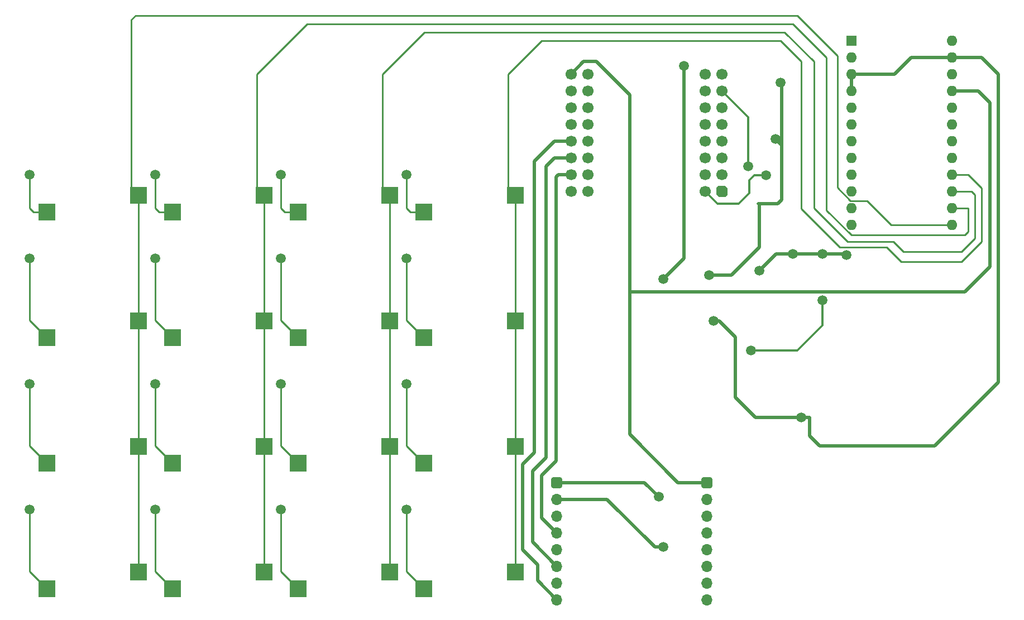
<source format=gbr>
%TF.GenerationSoftware,KiCad,Pcbnew,(6.0.1)*%
%TF.CreationDate,2022-11-08T22:53:37+08:00*%
%TF.ProjectId,Scroller1,5363726f-6c6c-4657-9231-2e6b69636164,rev?*%
%TF.SameCoordinates,Original*%
%TF.FileFunction,Copper,L2,Bot*%
%TF.FilePolarity,Positive*%
%FSLAX46Y46*%
G04 Gerber Fmt 4.6, Leading zero omitted, Abs format (unit mm)*
G04 Created by KiCad (PCBNEW (6.0.1)) date 2022-11-08 22:53:37*
%MOMM*%
%LPD*%
G01*
G04 APERTURE LIST*
G04 Aperture macros list*
%AMRoundRect*
0 Rectangle with rounded corners*
0 $1 Rounding radius*
0 $2 $3 $4 $5 $6 $7 $8 $9 X,Y pos of 4 corners*
0 Add a 4 corners polygon primitive as box body*
4,1,4,$2,$3,$4,$5,$6,$7,$8,$9,$2,$3,0*
0 Add four circle primitives for the rounded corners*
1,1,$1+$1,$2,$3*
1,1,$1+$1,$4,$5*
1,1,$1+$1,$6,$7*
1,1,$1+$1,$8,$9*
0 Add four rect primitives between the rounded corners*
20,1,$1+$1,$2,$3,$4,$5,0*
20,1,$1+$1,$4,$5,$6,$7,0*
20,1,$1+$1,$6,$7,$8,$9,0*
20,1,$1+$1,$8,$9,$2,$3,0*%
%AMFreePoly0*
4,1,19,-0.850000,0.510000,-0.510000,0.850000,0.255000,0.850000,0.408997,0.829726,0.552500,0.770285,0.675729,0.675729,0.770285,0.552500,0.829726,0.408997,0.850000,0.255000,0.850000,-0.510000,0.510000,-0.850000,-0.255000,-0.850000,-0.408997,-0.829726,-0.552500,-0.770285,-0.675729,-0.675729,-0.770285,-0.552500,-0.829726,-0.408997,-0.850000,-0.255000,-0.850000,0.510000,-0.850000,0.510000,
$1*%
G04 Aperture macros list end*
%TA.AperFunction,SMDPad,CuDef*%
%ADD10R,2.550000X2.500000*%
%TD*%
%TA.AperFunction,ComponentPad*%
%ADD11RoundRect,0.399500X0.450500X0.450500X-0.450500X0.450500X-0.450500X-0.450500X0.450500X-0.450500X0*%
%TD*%
%TA.AperFunction,ComponentPad*%
%ADD12O,1.700000X1.700000*%
%TD*%
%TA.AperFunction,ComponentPad*%
%ADD13FreePoly0,180.000000*%
%TD*%
%TA.AperFunction,ComponentPad*%
%ADD14C,1.700000*%
%TD*%
%TA.AperFunction,ComponentPad*%
%ADD15R,1.600000X1.600000*%
%TD*%
%TA.AperFunction,ComponentPad*%
%ADD16O,1.600000X1.600000*%
%TD*%
%TA.AperFunction,ViaPad*%
%ADD17C,1.500000*%
%TD*%
%TA.AperFunction,Conductor*%
%ADD18C,0.500000*%
%TD*%
%TA.AperFunction,Conductor*%
%ADD19C,0.250000*%
%TD*%
%TA.AperFunction,Conductor*%
%ADD20C,0.300000*%
%TD*%
G04 APERTURE END LIST*
D10*
%TO.P,SW_0_0,1,A*%
%TO.N,Net-(D0_0-Pad2)*%
X130302000Y-85979000D03*
%TO.P,SW_0_0,2,B*%
%TO.N,/Col 1*%
X144152000Y-83439000D03*
%TD*%
%TO.P,SW_2_1,1,A*%
%TO.N,Net-(D2_1-Pad2)*%
X111252000Y-124079000D03*
%TO.P,SW_2_1,2,B*%
%TO.N,/Col 2*%
X125102000Y-121539000D03*
%TD*%
%TO.P,SW_1_0,1,A*%
%TO.N,Net-(D1_0-Pad2)*%
X130302000Y-105029000D03*
%TO.P,SW_1_0,2,B*%
%TO.N,/Col 1*%
X144152000Y-102489000D03*
%TD*%
%TO.P,SW_3_0,1,A*%
%TO.N,Net-(D3_0-Pad2)*%
X130302000Y-143129000D03*
%TO.P,SW_3_0,2,B*%
%TO.N,/Col 1*%
X144152000Y-140589000D03*
%TD*%
%TO.P,SW_1_3,1,A*%
%TO.N,Net-(D1_3-Pad2)*%
X73152000Y-105029000D03*
%TO.P,SW_1_3,2,B*%
%TO.N,/Col 4*%
X87002000Y-102489000D03*
%TD*%
%TO.P,SW_1_2,1,A*%
%TO.N,Net-(D1_2-Pad2)*%
X92202000Y-105029000D03*
%TO.P,SW_1_2,2,B*%
%TO.N,/Col 3*%
X106052000Y-102489000D03*
%TD*%
D11*
%TO.P,TMC1,1,+VCC_IO*%
%TO.N,+3V3*%
X150472107Y-126961107D03*
D12*
%TO.P,TMC1,2,GND*%
%TO.N,GND*%
X150472107Y-129501107D03*
%TO.P,TMC1,3,UH_in*%
%TO.N,/UH_In*%
X150472107Y-132041107D03*
%TO.P,TMC1,4,UL_in*%
%TO.N,/UL_In*%
X150472107Y-134581107D03*
%TO.P,TMC1,5,VH_in*%
%TO.N,/VH_In*%
X150472107Y-137121107D03*
%TO.P,TMC1,6,VL_in*%
%TO.N,/VL_In*%
X150472107Y-139661107D03*
%TO.P,TMC1,7,WH_in*%
%TO.N,/WH_In*%
X150472107Y-142201107D03*
%TO.P,TMC1,8,WL_in*%
%TO.N,/WL_In*%
X150472107Y-144741107D03*
D11*
%TO.P,TMC1,9,+VBAT*%
%TO.N,+5V*%
X173272107Y-126961107D03*
D12*
%TO.P,TMC1,10,GND*%
%TO.N,GND*%
X173272107Y-129501107D03*
%TO.P,TMC1,11,GND*%
X173272107Y-132041107D03*
%TO.P,TMC1,12,W*%
%TO.N,/W_Out*%
X173272107Y-134581107D03*
%TO.P,TMC1,13,V*%
%TO.N,/V_Out*%
X173272107Y-137121107D03*
%TO.P,TMC1,14,W*%
%TO.N,/U_Out*%
X173272107Y-139661107D03*
%TO.P,TMC1,15,GND*%
%TO.N,GND*%
X173272107Y-142201107D03*
%TO.P,TMC1,16,DIAG*%
%TO.N,unconnected-(TMC1-Pad16)*%
X173272107Y-144741107D03*
%TD*%
D10*
%TO.P,SW_0_3,1,A*%
%TO.N,Net-(D0_3-Pad2)*%
X73152000Y-85979000D03*
%TO.P,SW_0_3,2,B*%
%TO.N,/Col 4*%
X87002000Y-83439000D03*
%TD*%
%TO.P,SW_3_2,1,A*%
%TO.N,Net-(D3_2-Pad2)*%
X92202000Y-143129000D03*
%TO.P,SW_3_2,2,B*%
%TO.N,/Col 3*%
X106052000Y-140589000D03*
%TD*%
D13*
%TO.P,ESP32,1,EN*%
%TO.N,unconnected-(ESP32-Pad1)*%
X175500000Y-82804000D03*
D14*
%TO.P,ESP32,2,GPIO3*%
%TO.N,unconnected-(ESP32-Pad2)*%
X175500000Y-80264000D03*
%TO.P,ESP32,3,GPIO5*%
%TO.N,unconnected-(ESP32-Pad3)*%
X175500000Y-77724000D03*
%TO.P,ESP32,4,GPIO7*%
%TO.N,unconnected-(ESP32-Pad4)*%
X175500000Y-75184000D03*
%TO.P,ESP32,5,GPIO9*%
%TO.N,unconnected-(ESP32-Pad5)*%
X175500000Y-72644000D03*
%TO.P,ESP32,6,GPIO11*%
%TO.N,Net-(ESP32-Pad6)*%
X175500000Y-70104000D03*
%TO.P,ESP32,7,GPIO12*%
%TO.N,SDA*%
X175500000Y-67564000D03*
%TO.P,ESP32,8,3V3*%
%TO.N,+3V3*%
X175500000Y-65024000D03*
%TO.P,ESP32,9,VBUS*%
%TO.N,+5V*%
X152640000Y-65024000D03*
%TO.P,ESP32,10,GND*%
%TO.N,GND*%
X152640000Y-67564000D03*
%TO.P,ESP32,11,XTAL_32K_N*%
%TO.N,unconnected-(ESP32-Pad11)*%
X152640000Y-70104000D03*
%TO.P,ESP32,12,DAC_2*%
%TO.N,unconnected-(ESP32-Pad12)*%
X152640000Y-72644000D03*
%TO.P,ESP32,13,GPIO33*%
%TO.N,/WL_In*%
X152640000Y-75184000D03*
%TO.P,ESP32,14,GPIO35*%
%TO.N,/VL_In*%
X152640000Y-77724000D03*
%TO.P,ESP32,15,GPIO37*%
%TO.N,/UL_In*%
X152640000Y-80264000D03*
%TO.P,ESP32,16,MTCK*%
%TO.N,Net-(ESP32-Pad16)*%
X152640000Y-82804000D03*
%TO.P,ESP32,17,GPIO1*%
%TO.N,Net-(ESP32-Pad17)*%
X172960000Y-82804000D03*
%TO.P,ESP32,18,GPIO2*%
%TO.N,unconnected-(ESP32-Pad18)*%
X172960000Y-80264000D03*
%TO.P,ESP32,19,GPIO4*%
%TO.N,CSn*%
X172960000Y-77724000D03*
%TO.P,ESP32,20,GPIO6*%
%TO.N,unconnected-(ESP32-Pad20)*%
X172960000Y-75184000D03*
%TO.P,ESP32,21,GPIO8*%
%TO.N,unconnected-(ESP32-Pad21)*%
X172960000Y-72644000D03*
%TO.P,ESP32,22,GPIO10*%
%TO.N,unconnected-(ESP32-Pad22)*%
X172960000Y-70104000D03*
%TO.P,ESP32,23,GPIO13*%
%TO.N,SCL*%
X172960000Y-67564000D03*
%TO.P,ESP32,24,GPIO14*%
%TO.N,unconnected-(ESP32-Pad24)*%
X172960000Y-65024000D03*
%TO.P,ESP32,25,XTAL_32K_P*%
%TO.N,unconnected-(ESP32-Pad25)*%
X155180000Y-65024000D03*
%TO.P,ESP32,26,GND*%
%TO.N,GND*%
X155180000Y-67564000D03*
%TO.P,ESP32,27,DAC_1*%
%TO.N,unconnected-(ESP32-Pad27)*%
X155180000Y-70104000D03*
%TO.P,ESP32,28,GPIO21*%
%TO.N,unconnected-(ESP32-Pad28)*%
X155180000Y-72644000D03*
%TO.P,ESP32,29,GPIO34*%
%TO.N,/WH_In*%
X155180000Y-75184000D03*
%TO.P,ESP32,30,GPIO36*%
%TO.N,/VH_In*%
X155180000Y-77724000D03*
%TO.P,ESP32,31,GPIO38*%
%TO.N,/UH_In*%
X155180000Y-80264000D03*
%TO.P,ESP32,32,MTDO*%
%TO.N,unconnected-(ESP32-Pad32)*%
X155180000Y-82804000D03*
%TD*%
D10*
%TO.P,SW_0_1,1,A*%
%TO.N,Net-(D0_1-Pad2)*%
X111252000Y-85979000D03*
%TO.P,SW_0_1,2,B*%
%TO.N,/Col 2*%
X125102000Y-83439000D03*
%TD*%
D15*
%TO.P,QMK1,1,D1/TX*%
%TO.N,Net-(QMK1-Pad1)*%
X195185000Y-59944000D03*
D16*
%TO.P,QMK1,2,D0/RX*%
%TO.N,Net-(ESP32-Pad16)*%
X195185000Y-62484000D03*
%TO.P,QMK1,3,GND*%
%TO.N,GND*%
X195185000Y-65024000D03*
%TO.P,QMK1,4,GND*%
X195185000Y-67564000D03*
%TO.P,QMK1,5,D2*%
%TO.N,unconnected-(QMK1-Pad5)*%
X195185000Y-70104000D03*
%TO.P,QMK1,6,~D3*%
%TO.N,unconnected-(QMK1-Pad6)*%
X195185000Y-72644000D03*
%TO.P,QMK1,7,D4/A6*%
%TO.N,unconnected-(QMK1-Pad7)*%
X195185000Y-75184000D03*
%TO.P,QMK1,8,~D5*%
%TO.N,unconnected-(QMK1-Pad8)*%
X195185000Y-77724000D03*
%TO.P,QMK1,9,~D6/A7*%
%TO.N,unconnected-(QMK1-Pad9)*%
X195185000Y-80264000D03*
%TO.P,QMK1,10,D7*%
%TO.N,unconnected-(QMK1-Pad10)*%
X195185000Y-82804000D03*
%TO.P,QMK1,11,D8/A8*%
%TO.N,Net-(QMK1-Pad11)*%
X195185000Y-85344000D03*
%TO.P,QMK1,12,~D9/A9*%
%TO.N,unconnected-(QMK1-Pad12)*%
X195185000Y-87884000D03*
%TO.P,QMK1,13,~D10/A10*%
%TO.N,/Col 4*%
X210425000Y-87884000D03*
%TO.P,QMK1,14,D16*%
%TO.N,/Col 3*%
X210425000Y-85344000D03*
%TO.P,QMK1,15,D14*%
%TO.N,/Col 2*%
X210425000Y-82804000D03*
%TO.P,QMK1,16,D15*%
%TO.N,/Col 1*%
X210425000Y-80264000D03*
%TO.P,QMK1,17,D18/A0*%
%TO.N,/Row 4*%
X210425000Y-77724000D03*
%TO.P,QMK1,18,D19/A1*%
%TO.N,/Row 3*%
X210425000Y-75184000D03*
%TO.P,QMK1,19,D20/A2*%
%TO.N,/Row 2*%
X210425000Y-72644000D03*
%TO.P,QMK1,20,D21/A3*%
%TO.N,/Row 1*%
X210425000Y-70104000D03*
%TO.P,QMK1,21,VCC*%
%TO.N,+5V*%
X210425000Y-67564000D03*
%TO.P,QMK1,22,RST*%
%TO.N,unconnected-(QMK1-Pad22)*%
X210425000Y-65024000D03*
%TO.P,QMK1,23,GND*%
%TO.N,GND*%
X210425000Y-62484000D03*
%TO.P,QMK1,24,RAW*%
%TO.N,unconnected-(QMK1-Pad24)*%
X210425000Y-59944000D03*
%TD*%
D10*
%TO.P,SW_3_1,1,A*%
%TO.N,Net-(D3_1-Pad2)*%
X111252000Y-143129000D03*
%TO.P,SW_3_1,2,B*%
%TO.N,/Col 2*%
X125102000Y-140589000D03*
%TD*%
%TO.P,SW_1_1,1,A*%
%TO.N,Net-(D1_1-Pad2)*%
X111252000Y-105029000D03*
%TO.P,SW_1_1,2,B*%
%TO.N,/Col 2*%
X125102000Y-102489000D03*
%TD*%
%TO.P,SW_2_2,1,A*%
%TO.N,Net-(D2_2-Pad2)*%
X92202000Y-124079000D03*
%TO.P,SW_2_2,2,B*%
%TO.N,/Col 3*%
X106052000Y-121539000D03*
%TD*%
%TO.P,SW_2_3,1,A*%
%TO.N,Net-(D2_3-Pad2)*%
X73152000Y-124079000D03*
%TO.P,SW_2_3,2,B*%
%TO.N,/Col 4*%
X87002000Y-121539000D03*
%TD*%
%TO.P,SW_0_2,1,A*%
%TO.N,Net-(D0_2-Pad2)*%
X92202000Y-85979000D03*
%TO.P,SW_0_2,2,B*%
%TO.N,/Col 3*%
X106052000Y-83439000D03*
%TD*%
%TO.P,SW_3_3,1,A*%
%TO.N,Net-(D3_3-Pad2)*%
X73152000Y-143129000D03*
%TO.P,SW_3_3,2,B*%
%TO.N,/Col 4*%
X87002000Y-140589000D03*
%TD*%
%TO.P,SW_2_0,1,A*%
%TO.N,Net-(D2_0-Pad2)*%
X130302000Y-124079000D03*
%TO.P,SW_2_0,2,B*%
%TO.N,/Col 1*%
X144152000Y-121539000D03*
%TD*%
D17*
%TO.N,GND*%
X174230000Y-102489000D03*
X166610000Y-136779000D03*
X183648575Y-74866500D03*
X187565000Y-117094000D03*
X173595000Y-95504000D03*
X184390000Y-66294000D03*
%TO.N,+3V3*%
X166610000Y-96139000D03*
X190740000Y-92329000D03*
X194407536Y-92471464D03*
X165975000Y-129159000D03*
X186295000Y-92329000D03*
X181215000Y-94869000D03*
X169785000Y-63754000D03*
%TO.N,Net-(D0_0-Pad2)*%
X127642000Y-80264000D03*
%TO.N,Net-(D0_1-Pad2)*%
X108592000Y-80264000D03*
%TO.N,Net-(D0_2-Pad2)*%
X89542000Y-80264000D03*
%TO.N,Net-(D0_3-Pad2)*%
X70492000Y-80264000D03*
%TO.N,Net-(D1_0-Pad2)*%
X127642000Y-92964000D03*
%TO.N,Net-(D1_1-Pad2)*%
X108592000Y-92964000D03*
%TO.N,Net-(D1_2-Pad2)*%
X89542000Y-92964000D03*
%TO.N,Net-(D1_3-Pad2)*%
X70492000Y-92964000D03*
%TO.N,Net-(D2_0-Pad2)*%
X127642000Y-112014000D03*
%TO.N,Net-(D2_1-Pad2)*%
X108592000Y-112014000D03*
%TO.N,Net-(D2_2-Pad2)*%
X89542000Y-112014000D03*
%TO.N,Net-(D2_3-Pad2)*%
X70492000Y-112014000D03*
%TO.N,Net-(D3_0-Pad2)*%
X127642000Y-131064000D03*
%TO.N,Net-(D3_1-Pad2)*%
X108592000Y-131064000D03*
%TO.N,Net-(D3_2-Pad2)*%
X89542000Y-131064000D03*
%TO.N,Net-(D3_3-Pad2)*%
X70492000Y-131064000D03*
%TO.N,SDA*%
X179521075Y-78994000D03*
%TO.N,Net-(ESP32-Pad17)*%
X182186555Y-80389480D03*
%TO.N,CSn*%
X179945000Y-106934000D03*
X190740000Y-99314000D03*
%TD*%
D18*
%TO.N,GND*%
X184601075Y-84074000D02*
X184601075Y-75819000D01*
X195185000Y-65024000D02*
X195185000Y-67564000D01*
X187565000Y-117094000D02*
X188835000Y-117094000D01*
X177546000Y-114060000D02*
X180580000Y-117094000D01*
X210425000Y-62484000D02*
X204216000Y-62484000D01*
X214870000Y-62484000D02*
X210425000Y-62484000D01*
X183966075Y-84709000D02*
X184601075Y-84074000D01*
X176982849Y-95504000D02*
X181215000Y-91271849D01*
X217410000Y-111774000D02*
X217410000Y-65024000D01*
X181215000Y-91271849D02*
X181215000Y-84709000D01*
X190366000Y-121412000D02*
X207772000Y-121412000D01*
X201676000Y-65024000D02*
X195185000Y-65024000D01*
X181003924Y-84709000D02*
X183966075Y-84709000D01*
X184601075Y-75819000D02*
X183648575Y-74866500D01*
X217410000Y-65024000D02*
X214870000Y-62484000D01*
X188835000Y-119881000D02*
X190366000Y-121412000D01*
X165340000Y-136779000D02*
X166610000Y-136779000D01*
X188835000Y-117094000D02*
X188835000Y-119881000D01*
X175133000Y-102489000D02*
X174230000Y-102489000D01*
X177546000Y-104902000D02*
X177546000Y-114060000D01*
X158062107Y-129501107D02*
X165340000Y-136779000D01*
X177546000Y-104902000D02*
X175133000Y-102489000D01*
X173595000Y-95504000D02*
X176982849Y-95504000D01*
X207772000Y-121412000D02*
X217410000Y-111774000D01*
X204216000Y-62484000D02*
X201676000Y-65024000D01*
X174230000Y-102489000D02*
X174230000Y-102630000D01*
X184601075Y-75819000D02*
X184601075Y-66294000D01*
X180580000Y-117094000D02*
X187565000Y-117094000D01*
X150472107Y-129501107D02*
X158062107Y-129501107D01*
%TO.N,+3V3*%
X169785000Y-92964000D02*
X166610000Y-96139000D01*
X194407536Y-92471464D02*
X194265072Y-92329000D01*
X150472107Y-126961107D02*
X163777107Y-126961107D01*
X183755000Y-92329000D02*
X181215000Y-94869000D01*
X186295000Y-92329000D02*
X190740000Y-92329000D01*
X169785000Y-63754000D02*
X169785000Y-92964000D01*
X194265072Y-92329000D02*
X190740000Y-92329000D01*
X186295000Y-92329000D02*
X183755000Y-92329000D01*
X163777107Y-126961107D02*
X165975000Y-129159000D01*
D19*
%TO.N,Net-(D0_0-Pad2)*%
X130302000Y-85979000D02*
X128277000Y-85979000D01*
X127642000Y-85344000D02*
X127642000Y-80264000D01*
X128277000Y-85979000D02*
X127642000Y-85344000D01*
%TO.N,Net-(D0_1-Pad2)*%
X111252000Y-85979000D02*
X109227000Y-85979000D01*
X109227000Y-85979000D02*
X108592000Y-85344000D01*
X108592000Y-85344000D02*
X108592000Y-80264000D01*
%TO.N,Net-(D0_2-Pad2)*%
X89542000Y-85344000D02*
X89542000Y-80264000D01*
X90177000Y-85979000D02*
X89542000Y-85344000D01*
X92202000Y-85979000D02*
X90177000Y-85979000D01*
%TO.N,Net-(D0_3-Pad2)*%
X73152000Y-85979000D02*
X71127000Y-85979000D01*
X71127000Y-85979000D02*
X70492000Y-85344000D01*
X70492000Y-85344000D02*
X70492000Y-80264000D01*
%TO.N,Net-(D1_0-Pad2)*%
X130302000Y-105029000D02*
X127642000Y-102369000D01*
X127642000Y-102369000D02*
X127642000Y-92964000D01*
%TO.N,Net-(D1_1-Pad2)*%
X108592000Y-102369000D02*
X108592000Y-92964000D01*
X111252000Y-105029000D02*
X108592000Y-102369000D01*
%TO.N,Net-(D1_2-Pad2)*%
X92202000Y-105029000D02*
X89542000Y-102369000D01*
X89542000Y-102369000D02*
X89542000Y-92964000D01*
%TO.N,Net-(D1_3-Pad2)*%
X73152000Y-105029000D02*
X70492000Y-102369000D01*
X70492000Y-102369000D02*
X70492000Y-92964000D01*
%TO.N,Net-(D2_0-Pad2)*%
X127642000Y-121419000D02*
X127642000Y-112014000D01*
X130302000Y-124079000D02*
X127642000Y-121419000D01*
%TO.N,Net-(D2_1-Pad2)*%
X111252000Y-124079000D02*
X108592000Y-121419000D01*
X108592000Y-121419000D02*
X108592000Y-112014000D01*
%TO.N,Net-(D2_2-Pad2)*%
X89542000Y-121419000D02*
X89542000Y-112014000D01*
X92202000Y-124079000D02*
X89542000Y-121419000D01*
%TO.N,Net-(D2_3-Pad2)*%
X73152000Y-124079000D02*
X70492000Y-121419000D01*
X70492000Y-121419000D02*
X70492000Y-112014000D01*
%TO.N,Net-(D3_0-Pad2)*%
X130302000Y-143129000D02*
X127642000Y-140469000D01*
X127642000Y-140469000D02*
X127642000Y-131064000D01*
%TO.N,Net-(D3_1-Pad2)*%
X108592000Y-140469000D02*
X108592000Y-139954000D01*
X108592000Y-139954000D02*
X108592000Y-131064000D01*
X111252000Y-143129000D02*
X108592000Y-140469000D01*
%TO.N,Net-(D3_2-Pad2)*%
X92202000Y-143129000D02*
X89542000Y-140469000D01*
X89542000Y-140469000D02*
X89542000Y-131064000D01*
%TO.N,Net-(D3_3-Pad2)*%
X70492000Y-140469000D02*
X70492000Y-131064000D01*
X73152000Y-143129000D02*
X70492000Y-140469000D01*
D20*
%TO.N,SDA*%
X179521075Y-78994000D02*
X179521075Y-71585075D01*
X179521075Y-71585075D02*
X175500000Y-67564000D01*
D18*
%TO.N,+5V*%
X214376000Y-67564000D02*
X210425000Y-67564000D01*
X216140000Y-69328000D02*
X216140000Y-94234000D01*
X161530000Y-68199000D02*
X156450000Y-63119000D01*
X214376000Y-67564000D02*
X216140000Y-69328000D01*
X212330000Y-98044000D02*
X161530000Y-98044000D01*
X168857107Y-126961107D02*
X173272107Y-126961107D01*
X154545000Y-63119000D02*
X152640000Y-65024000D01*
X161530000Y-119634000D02*
X168857107Y-126961107D01*
X161530000Y-98044000D02*
X161530000Y-119634000D01*
X161530000Y-98044000D02*
X161530000Y-68199000D01*
X156450000Y-63119000D02*
X154545000Y-63119000D01*
X216140000Y-94234000D02*
X212330000Y-98044000D01*
%TO.N,/WL_In*%
X145288000Y-137160000D02*
X145288000Y-124206000D01*
X147066000Y-78232000D02*
X150114000Y-75184000D01*
X147574000Y-139446000D02*
X145288000Y-137160000D01*
X145288000Y-124206000D02*
X147066000Y-122428000D01*
X147066000Y-122428000D02*
X147066000Y-78232000D01*
X147574000Y-141843000D02*
X147574000Y-139446000D01*
X150114000Y-75184000D02*
X152640000Y-75184000D01*
X150472107Y-144741107D02*
X147574000Y-141843000D01*
%TO.N,/VL_In*%
X146812000Y-136001000D02*
X146812000Y-125222000D01*
X150114000Y-77724000D02*
X152640000Y-77724000D01*
X150472107Y-139661107D02*
X146812000Y-136001000D01*
X146812000Y-125222000D02*
X148844000Y-123190000D01*
X148844000Y-78994000D02*
X150114000Y-77724000D01*
X148844000Y-123190000D02*
X148844000Y-78994000D01*
%TO.N,/UL_In*%
X150735000Y-80264000D02*
X152640000Y-80264000D01*
X150368000Y-123698000D02*
X150368000Y-80631000D01*
X150472107Y-134581107D02*
X148195000Y-132304000D01*
X148195000Y-125871000D02*
X150368000Y-123698000D01*
X150368000Y-80631000D02*
X150735000Y-80264000D01*
X148195000Y-132304000D02*
X148195000Y-125871000D01*
D20*
%TO.N,Net-(ESP32-Pad17)*%
X180454520Y-80389480D02*
X182186555Y-80389480D01*
X179705000Y-81139000D02*
X180454520Y-80389480D01*
X172960000Y-82804000D02*
X174865000Y-84709000D01*
X178040000Y-84709000D02*
X179705000Y-83044000D01*
X174865000Y-84709000D02*
X178040000Y-84709000D01*
X179705000Y-83044000D02*
X179705000Y-81139000D01*
%TO.N,CSn*%
X190740000Y-99314000D02*
X190740000Y-103124000D01*
X186930000Y-106934000D02*
X179945000Y-106934000D01*
X190740000Y-103124000D02*
X186930000Y-106934000D01*
D19*
%TO.N,/Col 4*%
X201168000Y-87884000D02*
X210425000Y-87884000D01*
X85965000Y-83439000D02*
X85965000Y-56769000D01*
X193040000Y-62244000D02*
X193040000Y-82249300D01*
X193040000Y-82249300D02*
X195010189Y-84219489D01*
X186930000Y-56134000D02*
X193040000Y-62244000D01*
X195010189Y-84219489D02*
X197503489Y-84219489D01*
X86600000Y-56134000D02*
X186930000Y-56134000D01*
X87002000Y-102489000D02*
X87002000Y-83439000D01*
X197503489Y-84219489D02*
X201168000Y-87884000D01*
X87002000Y-121539000D02*
X87002000Y-102489000D01*
X85965000Y-56769000D02*
X86600000Y-56134000D01*
X87002000Y-140589000D02*
X87002000Y-121539000D01*
%TO.N,/Col 3*%
X106052000Y-121539000D02*
X106052000Y-102489000D01*
X212852000Y-85344000D02*
X210425000Y-85344000D01*
X191375000Y-85664300D02*
X195118700Y-89408000D01*
X106052000Y-102489000D02*
X106052000Y-83439000D01*
X112635000Y-57404000D02*
X186295000Y-57404000D01*
X212344000Y-89408000D02*
X212852000Y-88900000D01*
X105015000Y-83439000D02*
X105015000Y-65024000D01*
X186295000Y-57404000D02*
X191375000Y-62484000D01*
X106052000Y-140589000D02*
X106052000Y-121539000D01*
X191375000Y-62484000D02*
X191375000Y-85664300D01*
X195118700Y-89408000D02*
X212344000Y-89408000D01*
X105015000Y-65024000D02*
X112635000Y-57404000D01*
X212852000Y-88900000D02*
X212852000Y-85344000D01*
%TO.N,/Col 2*%
X213868000Y-89916000D02*
X211836000Y-91948000D01*
X213868000Y-83312000D02*
X213868000Y-89916000D01*
X130415000Y-58674000D02*
X124065000Y-65024000D01*
X203009859Y-91948000D02*
X201485859Y-90424000D01*
X124065000Y-65024000D02*
X124065000Y-83439000D01*
X201485859Y-90424000D02*
X194564000Y-90424000D01*
X210425000Y-82804000D02*
X213360000Y-82804000D01*
X125102000Y-102489000D02*
X125102000Y-83439000D01*
X211836000Y-91948000D02*
X203009859Y-91948000D01*
X194564000Y-90424000D02*
X189470000Y-85330000D01*
X189470000Y-85330000D02*
X189470000Y-63119000D01*
X185025000Y-58674000D02*
X130415000Y-58674000D01*
X189470000Y-63119000D02*
X185025000Y-58674000D01*
X125102000Y-121539000D02*
X125102000Y-102489000D01*
X125102000Y-140589000D02*
X125102000Y-121539000D01*
X213360000Y-82804000D02*
X213868000Y-83312000D01*
%TO.N,/Col 1*%
X214884000Y-90424000D02*
X214884000Y-82296000D01*
X143115000Y-83439000D02*
X143115000Y-65024000D01*
X212852000Y-80264000D02*
X210425000Y-80264000D01*
X148195000Y-59944000D02*
X184390000Y-59944000D01*
X200474489Y-91254489D02*
X202692000Y-93472000D01*
X187565000Y-63119000D02*
X187565000Y-85457000D01*
X187565000Y-85457000D02*
X193362489Y-91254489D01*
X214884000Y-82296000D02*
X212852000Y-80264000D01*
X144152000Y-121539000D02*
X144152000Y-102489000D01*
X144152000Y-140589000D02*
X144152000Y-121539000D01*
X144152000Y-102489000D02*
X144152000Y-83439000D01*
X193362489Y-91254489D02*
X200474489Y-91254489D01*
X143115000Y-65024000D02*
X148195000Y-59944000D01*
X184390000Y-59944000D02*
X187565000Y-63119000D01*
X211836000Y-93472000D02*
X214884000Y-90424000D01*
X202692000Y-93472000D02*
X211836000Y-93472000D01*
%TD*%
M02*

</source>
